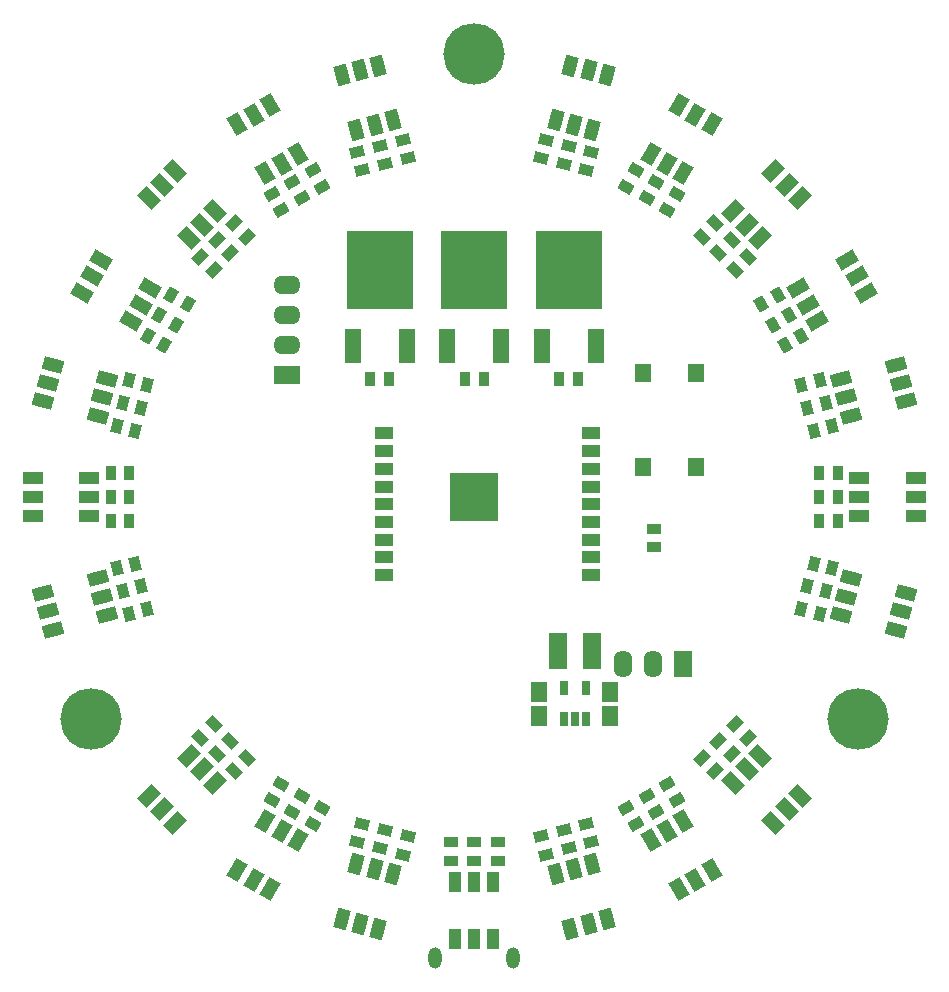
<source format=gbr>
%TF.GenerationSoftware,Altium Limited,Altium Designer,21.0.9 (235)*%
G04 Layer_Color=8388736*
%FSLAX44Y44*%
%MOMM*%
%TF.SameCoordinates,5481C346-4989-4D35-A572-F3394CBA5BAB*%
%TF.FilePolarity,Negative*%
%TF.FileFunction,Soldermask,Top*%
%TF.Part,Single*%
G01*
G75*
%TA.AperFunction,SMDPad,CuDef*%
%ADD36R,1.6000X1.0000*%
%TA.AperFunction,ComponentPad*%
G04:AMPARAMS|DCode=59|XSize=1.1032mm|YSize=1.8032mm|CornerRadius=0.5516mm|HoleSize=0mm|Usage=FLASHONLY|Rotation=180.000|XOffset=0mm|YOffset=0mm|HoleType=Round|Shape=RoundedRectangle|*
%AMROUNDEDRECTD59*
21,1,1.1032,0.7000,0,0,180.0*
21,1,0.0000,1.8032,0,0,180.0*
1,1,1.1032,0.0000,0.3500*
1,1,1.1032,0.0000,0.3500*
1,1,1.1032,0.0000,-0.3500*
1,1,1.1032,0.0000,-0.3500*
%
%ADD59ROUNDEDRECTD59*%
%ADD60R,1.6000X2.3000*%
%ADD61O,1.6000X2.3000*%
%ADD62R,4.1000X4.1000*%
%ADD63O,2.3000X1.6000*%
%ADD64R,2.3000X1.6000*%
%ADD65C,5.2032*%
%TA.AperFunction,SMDPad,CuDef*%
G04:AMPARAMS|DCode=69|XSize=1.7mm|YSize=1.1mm|CornerRadius=0mm|HoleSize=0mm|Usage=FLASHONLY|Rotation=315.000|XOffset=0mm|YOffset=0mm|HoleType=Round|Shape=Rectangle|*
%AMROTATEDRECTD69*
4,1,4,-0.9900,0.2121,-0.2121,0.9900,0.9900,-0.2121,0.2121,-0.9900,-0.9900,0.2121,0.0*
%
%ADD69ROTATEDRECTD69*%

G04:AMPARAMS|DCode=70|XSize=0.9032mm|YSize=1.2032mm|CornerRadius=0mm|HoleSize=0mm|Usage=FLASHONLY|Rotation=75.000|XOffset=0mm|YOffset=0mm|HoleType=Round|Shape=Rectangle|*
%AMROTATEDRECTD70*
4,1,4,0.4642,-0.5919,-0.6980,-0.2805,-0.4642,0.5919,0.6980,0.2805,0.4642,-0.5919,0.0*
%
%ADD70ROTATEDRECTD70*%

G04:AMPARAMS|DCode=71|XSize=0.9032mm|YSize=1.2032mm|CornerRadius=0mm|HoleSize=0mm|Usage=FLASHONLY|Rotation=60.000|XOffset=0mm|YOffset=0mm|HoleType=Round|Shape=Rectangle|*
%AMROTATEDRECTD71*
4,1,4,0.2952,-0.6919,-0.7468,-0.0903,-0.2952,0.6919,0.7468,0.0903,0.2952,-0.6919,0.0*
%
%ADD71ROTATEDRECTD71*%

G04:AMPARAMS|DCode=72|XSize=0.9032mm|YSize=1.2032mm|CornerRadius=0mm|HoleSize=0mm|Usage=FLASHONLY|Rotation=345.000|XOffset=0mm|YOffset=0mm|HoleType=Round|Shape=Rectangle|*
%AMROTATEDRECTD72*
4,1,4,-0.5919,-0.4642,-0.2805,0.6980,0.5919,0.4642,0.2805,-0.6980,-0.5919,-0.4642,0.0*
%
%ADD72ROTATEDRECTD72*%

G04:AMPARAMS|DCode=73|XSize=0.9032mm|YSize=1.2032mm|CornerRadius=0mm|HoleSize=0mm|Usage=FLASHONLY|Rotation=315.000|XOffset=0mm|YOffset=0mm|HoleType=Round|Shape=Rectangle|*
%AMROTATEDRECTD73*
4,1,4,-0.7447,-0.1061,0.1061,0.7447,0.7447,0.1061,-0.1061,-0.7447,-0.7447,-0.1061,0.0*
%
%ADD73ROTATEDRECTD73*%

G04:AMPARAMS|DCode=74|XSize=0.9032mm|YSize=1.2032mm|CornerRadius=0mm|HoleSize=0mm|Usage=FLASHONLY|Rotation=285.000|XOffset=0mm|YOffset=0mm|HoleType=Round|Shape=Rectangle|*
%AMROTATEDRECTD74*
4,1,4,-0.6980,0.2805,0.4642,0.5919,0.6980,-0.2805,-0.4642,-0.5919,-0.6980,0.2805,0.0*
%
%ADD74ROTATEDRECTD74*%

G04:AMPARAMS|DCode=75|XSize=0.9032mm|YSize=1.2032mm|CornerRadius=0mm|HoleSize=0mm|Usage=FLASHONLY|Rotation=120.000|XOffset=0mm|YOffset=0mm|HoleType=Round|Shape=Rectangle|*
%AMROTATEDRECTD75*
4,1,4,0.7468,-0.0903,-0.2952,-0.6919,-0.7468,0.0903,0.2952,0.6919,0.7468,-0.0903,0.0*
%
%ADD75ROTATEDRECTD75*%

G04:AMPARAMS|DCode=76|XSize=1.7mm|YSize=1.1mm|CornerRadius=0mm|HoleSize=0mm|Usage=FLASHONLY|Rotation=45.000|XOffset=0mm|YOffset=0mm|HoleType=Round|Shape=Rectangle|*
%AMROTATEDRECTD76*
4,1,4,-0.2121,-0.9900,-0.9900,-0.2121,0.2121,0.9900,0.9900,0.2121,-0.2121,-0.9900,0.0*
%
%ADD76ROTATEDRECTD76*%

G04:AMPARAMS|DCode=77|XSize=0.9032mm|YSize=1.2032mm|CornerRadius=0mm|HoleSize=0mm|Usage=FLASHONLY|Rotation=15.000|XOffset=0mm|YOffset=0mm|HoleType=Round|Shape=Rectangle|*
%AMROTATEDRECTD77*
4,1,4,-0.2805,-0.6980,-0.5919,0.4642,0.2805,0.6980,0.5919,-0.4642,-0.2805,-0.6980,0.0*
%
%ADD77ROTATEDRECTD77*%

%ADD78R,0.9032X1.2032*%
%ADD79R,5.6500X6.6000*%
%ADD80R,1.3500X2.9500*%
%ADD81R,1.2032X0.9032*%
G04:AMPARAMS|DCode=82|XSize=0.9032mm|YSize=1.2032mm|CornerRadius=0mm|HoleSize=0mm|Usage=FLASHONLY|Rotation=45.000|XOffset=0mm|YOffset=0mm|HoleType=Round|Shape=Rectangle|*
%AMROTATEDRECTD82*
4,1,4,0.1061,-0.7447,-0.7447,0.1061,-0.1061,0.7447,0.7447,-0.1061,0.1061,-0.7447,0.0*
%
%ADD82ROTATEDRECTD82*%

%ADD83R,0.8032X1.2032*%
%ADD84R,1.6500X3.1000*%
%ADD85R,1.3532X1.6532*%
G04:AMPARAMS|DCode=86|XSize=0.9032mm|YSize=1.2032mm|CornerRadius=0mm|HoleSize=0mm|Usage=FLASHONLY|Rotation=210.000|XOffset=0mm|YOffset=0mm|HoleType=Round|Shape=Rectangle|*
%AMROTATEDRECTD86*
4,1,4,0.0903,0.7468,0.6919,-0.2952,-0.0903,-0.7468,-0.6919,0.2952,0.0903,0.7468,0.0*
%
%ADD86ROTATEDRECTD86*%

%ADD87R,1.4000X1.6500*%
G04:AMPARAMS|DCode=88|XSize=0.9032mm|YSize=1.2032mm|CornerRadius=0mm|HoleSize=0mm|Usage=FLASHONLY|Rotation=330.000|XOffset=0mm|YOffset=0mm|HoleType=Round|Shape=Rectangle|*
%AMROTATEDRECTD88*
4,1,4,-0.6919,-0.2952,-0.0903,0.7468,0.6919,0.2952,0.0903,-0.7468,-0.6919,-0.2952,0.0*
%
%ADD88ROTATEDRECTD88*%

G04:AMPARAMS|DCode=89|XSize=1.7mm|YSize=1.1mm|CornerRadius=0mm|HoleSize=0mm|Usage=FLASHONLY|Rotation=105.000|XOffset=0mm|YOffset=0mm|HoleType=Round|Shape=Rectangle|*
%AMROTATEDRECTD89*
4,1,4,0.7513,-0.6787,-0.3113,-0.9634,-0.7513,0.6787,0.3113,0.9634,0.7513,-0.6787,0.0*
%
%ADD89ROTATEDRECTD89*%

G04:AMPARAMS|DCode=90|XSize=1.7mm|YSize=1.1mm|CornerRadius=0mm|HoleSize=0mm|Usage=FLASHONLY|Rotation=120.000|XOffset=0mm|YOffset=0mm|HoleType=Round|Shape=Rectangle|*
%AMROTATEDRECTD90*
4,1,4,0.9013,-0.4611,-0.0513,-1.0111,-0.9013,0.4611,0.0513,1.0111,0.9013,-0.4611,0.0*
%
%ADD90ROTATEDRECTD90*%

G04:AMPARAMS|DCode=91|XSize=1.7mm|YSize=1.1mm|CornerRadius=0mm|HoleSize=0mm|Usage=FLASHONLY|Rotation=150.000|XOffset=0mm|YOffset=0mm|HoleType=Round|Shape=Rectangle|*
%AMROTATEDRECTD91*
4,1,4,1.0111,0.0513,0.4611,-0.9013,-1.0111,-0.0513,-0.4611,0.9013,1.0111,0.0513,0.0*
%
%ADD91ROTATEDRECTD91*%

G04:AMPARAMS|DCode=92|XSize=1.7mm|YSize=1.1mm|CornerRadius=0mm|HoleSize=0mm|Usage=FLASHONLY|Rotation=165.000|XOffset=0mm|YOffset=0mm|HoleType=Round|Shape=Rectangle|*
%AMROTATEDRECTD92*
4,1,4,0.9634,0.3113,0.6787,-0.7513,-0.9634,-0.3113,-0.6787,0.7513,0.9634,0.3113,0.0*
%
%ADD92ROTATEDRECTD92*%

%ADD93R,1.7000X1.1000*%
G04:AMPARAMS|DCode=94|XSize=1.7mm|YSize=1.1mm|CornerRadius=0mm|HoleSize=0mm|Usage=FLASHONLY|Rotation=195.000|XOffset=0mm|YOffset=0mm|HoleType=Round|Shape=Rectangle|*
%AMROTATEDRECTD94*
4,1,4,0.6787,0.7513,0.9634,-0.3113,-0.6787,-0.7513,-0.9634,0.3113,0.6787,0.7513,0.0*
%
%ADD94ROTATEDRECTD94*%

G04:AMPARAMS|DCode=95|XSize=1.7mm|YSize=1.1mm|CornerRadius=0mm|HoleSize=0mm|Usage=FLASHONLY|Rotation=240.000|XOffset=0mm|YOffset=0mm|HoleType=Round|Shape=Rectangle|*
%AMROTATEDRECTD95*
4,1,4,-0.0513,1.0111,0.9013,0.4611,0.0513,-1.0111,-0.9013,-0.4611,-0.0513,1.0111,0.0*
%
%ADD95ROTATEDRECTD95*%

G04:AMPARAMS|DCode=96|XSize=1.7mm|YSize=1.1mm|CornerRadius=0mm|HoleSize=0mm|Usage=FLASHONLY|Rotation=255.000|XOffset=0mm|YOffset=0mm|HoleType=Round|Shape=Rectangle|*
%AMROTATEDRECTD96*
4,1,4,-0.3113,0.9634,0.7513,0.6787,0.3113,-0.9634,-0.7513,-0.6787,-0.3113,0.9634,0.0*
%
%ADD96ROTATEDRECTD96*%

%ADD97R,1.1000X1.7000*%
G04:AMPARAMS|DCode=98|XSize=1.7mm|YSize=1.1mm|CornerRadius=0mm|HoleSize=0mm|Usage=FLASHONLY|Rotation=30.000|XOffset=0mm|YOffset=0mm|HoleType=Round|Shape=Rectangle|*
%AMROTATEDRECTD98*
4,1,4,-0.4611,-0.9013,-1.0111,0.0513,0.4611,0.9013,1.0111,-0.0513,-0.4611,-0.9013,0.0*
%
%ADD98ROTATEDRECTD98*%

D36*
X-76500Y-66100D02*
D03*
X-76500Y-51100D02*
D03*
X-76500Y-36100D02*
D03*
Y-21100D02*
D03*
Y-6100D02*
D03*
Y8900D02*
D03*
X-76500Y23900D02*
D03*
X-76500Y38900D02*
D03*
Y53900D02*
D03*
X98500D02*
D03*
X98500Y38900D02*
D03*
Y23900D02*
D03*
Y8900D02*
D03*
Y-6100D02*
D03*
Y-21100D02*
D03*
X98500Y-36100D02*
D03*
Y-51100D02*
D03*
Y-66100D02*
D03*
D59*
X33000Y-390000D02*
D03*
X-33000D02*
D03*
D60*
X177038Y-141478D02*
D03*
D61*
X151638Y-141478D02*
D03*
X126238Y-141478D02*
D03*
D62*
X0Y0D02*
D03*
D63*
X-158750Y179324D02*
D03*
X-158750Y128524D02*
D03*
Y153924D02*
D03*
D64*
X-158750Y103124D02*
D03*
D65*
X324759Y-187500D02*
D03*
X0Y375000D02*
D03*
X-324759Y-187500D02*
D03*
D69*
X253144Y-275771D02*
D03*
X264458Y-264458D02*
D03*
X275771Y-253144D02*
D03*
X241830Y-219203D02*
D03*
X230517Y-230517D02*
D03*
X219203Y-241830D02*
D03*
X-219203Y241830D02*
D03*
X-230517Y230517D02*
D03*
X-241830Y219203D02*
D03*
X-275771Y253144D02*
D03*
X-264458Y264458D02*
D03*
X-253144Y275771D02*
D03*
D70*
X-56257Y-287227D02*
D03*
X-60398Y-302681D02*
D03*
X-94894Y-276874D02*
D03*
X-99035Y-292328D02*
D03*
X56257Y287226D02*
D03*
X60398Y302681D02*
D03*
X75575Y282050D02*
D03*
X79716Y297505D02*
D03*
X-75575Y-282050D02*
D03*
X-79716Y-297505D02*
D03*
X94894Y276874D02*
D03*
X99035Y292328D02*
D03*
D71*
X-128679Y-262879D02*
D03*
X-136679Y-276736D02*
D03*
X128680Y262879D02*
D03*
X136679Y276736D02*
D03*
X146000Y252879D02*
D03*
X154000Y266736D02*
D03*
X163320Y242879D02*
D03*
X171320Y256736D02*
D03*
X-146000Y-252879D02*
D03*
X-154000Y-266736D02*
D03*
X-163320Y-242879D02*
D03*
X-171320Y-256736D02*
D03*
D72*
X-276874Y94894D02*
D03*
X-292328Y99035D02*
D03*
X-287226Y56257D02*
D03*
X-302681Y60398D02*
D03*
X-282050Y75575D02*
D03*
X-297505Y79716D02*
D03*
X282050Y-75575D02*
D03*
X297505Y-79716D02*
D03*
X276874Y-94894D02*
D03*
X292329Y-99035D02*
D03*
X287227Y-56257D02*
D03*
X302682Y-60398D02*
D03*
D73*
X-192333Y220617D02*
D03*
X-203647Y231931D02*
D03*
X-220617Y192333D02*
D03*
X-231931Y203647D02*
D03*
X-206475Y206475D02*
D03*
X-217789Y217789D02*
D03*
X220617Y-192333D02*
D03*
X231931Y-203647D02*
D03*
X192333Y-220617D02*
D03*
X203647Y-231931D02*
D03*
X206475Y-206475D02*
D03*
X217789Y-217789D02*
D03*
D74*
X-94894Y276874D02*
D03*
X-99035Y292328D02*
D03*
X-56257Y287227D02*
D03*
X-60398Y302681D02*
D03*
X-75575Y282050D02*
D03*
X-79716Y297505D02*
D03*
X94894Y-276874D02*
D03*
X99035Y-292328D02*
D03*
X75575Y-282050D02*
D03*
X79716Y-297505D02*
D03*
X56257Y-287226D02*
D03*
X60398Y-302681D02*
D03*
D75*
X163321Y-242879D02*
D03*
X171320Y-256736D02*
D03*
X146000Y-252879D02*
D03*
X154000Y-266736D02*
D03*
X128680Y-262879D02*
D03*
X136679Y-276736D02*
D03*
X-163320Y242879D02*
D03*
X-171320Y256736D02*
D03*
X-146000Y252879D02*
D03*
X-154000Y266736D02*
D03*
X-128679Y262879D02*
D03*
X-136679Y276735D02*
D03*
D76*
X275771Y253144D02*
D03*
X264458Y264458D02*
D03*
X253144Y275771D02*
D03*
X219203Y241830D02*
D03*
X230517Y230517D02*
D03*
X241830Y219203D02*
D03*
X-241830Y-219203D02*
D03*
X-230517Y-230517D02*
D03*
X-219203Y-241830D02*
D03*
X-253144Y-275771D02*
D03*
X-264458Y-264458D02*
D03*
X-275771Y-253144D02*
D03*
D77*
X-276874Y-94894D02*
D03*
X-292328Y-99035D02*
D03*
X-282050Y-75575D02*
D03*
X-297505Y-79716D02*
D03*
X-287227Y-56257D02*
D03*
X-302681Y-60398D02*
D03*
X276874Y94894D02*
D03*
X292328Y99035D02*
D03*
X282050Y75575D02*
D03*
X297505Y79716D02*
D03*
X287226Y56257D02*
D03*
X302681Y60398D02*
D03*
D78*
X-8000Y100000D02*
D03*
X8000Y100000D02*
D03*
X72000Y100000D02*
D03*
X88000Y100000D02*
D03*
X-88000Y100000D02*
D03*
X-72000Y100000D02*
D03*
X292000Y20000D02*
D03*
X308000Y20000D02*
D03*
X292000Y0D02*
D03*
X308000Y-0D02*
D03*
X292000Y-20000D02*
D03*
X308000D02*
D03*
X-292000Y-20000D02*
D03*
X-308000Y-20000D02*
D03*
X-292000Y0D02*
D03*
X-308000Y0D02*
D03*
X-292000Y20000D02*
D03*
X-308000Y20000D02*
D03*
D79*
X0Y192000D02*
D03*
X80000D02*
D03*
X-80000D02*
D03*
D80*
X22800Y128000D02*
D03*
X-22800D02*
D03*
X102800D02*
D03*
X57200D02*
D03*
X-57200Y128000D02*
D03*
X-102800Y128000D02*
D03*
D81*
X20000Y-292000D02*
D03*
Y-308000D02*
D03*
X0Y-292000D02*
D03*
X0Y-308000D02*
D03*
X-20000Y-292000D02*
D03*
Y-308000D02*
D03*
X152300Y-42600D02*
D03*
Y-26600D02*
D03*
D82*
X-192333Y-220617D02*
D03*
X-203647Y-231931D02*
D03*
X-206475Y-206475D02*
D03*
X-217789Y-217789D02*
D03*
X-220617Y-192333D02*
D03*
X-231931Y-203647D02*
D03*
X192333Y220617D02*
D03*
X203647Y231931D02*
D03*
X206475Y206475D02*
D03*
X217789Y217789D02*
D03*
X220617Y192333D02*
D03*
X231931Y203647D02*
D03*
D83*
X75500Y-188000D02*
D03*
X85000Y-188000D02*
D03*
X94500Y-188000D02*
D03*
X94500Y-162000D02*
D03*
X75500Y-162000D02*
D03*
D84*
X99250Y-130000D02*
D03*
X70750Y-130000D02*
D03*
D85*
X55000Y-165000D02*
D03*
X55000Y-185000D02*
D03*
X115000Y-185000D02*
D03*
X115000Y-165000D02*
D03*
D86*
X242879Y163320D02*
D03*
X256736Y171320D02*
D03*
X252879Y146000D02*
D03*
X266736Y154000D02*
D03*
X262879Y128679D02*
D03*
X276736Y136679D02*
D03*
D87*
X142500Y104750D02*
D03*
X187500D02*
D03*
Y25250D02*
D03*
X142500D02*
D03*
D88*
X-262879Y128679D02*
D03*
X-276736Y136679D02*
D03*
X-252879Y146000D02*
D03*
X-266736Y154000D02*
D03*
X-242879Y163320D02*
D03*
X-256736Y171320D02*
D03*
D89*
X-68920Y319033D02*
D03*
X-84375Y314891D02*
D03*
X-99830Y310750D02*
D03*
X-112253Y357115D02*
D03*
X-96798Y361256D02*
D03*
X-81343Y365397D02*
D03*
X68920Y-319033D02*
D03*
X84375Y-314891D02*
D03*
X99830Y-310750D02*
D03*
X112253Y-357115D02*
D03*
X96798Y-361256D02*
D03*
X81343Y-365397D02*
D03*
D90*
X-149143Y290324D02*
D03*
X-163000Y282324D02*
D03*
X-176856Y274324D02*
D03*
X-200856Y315893D02*
D03*
X-187000Y323893D02*
D03*
X-173144Y331893D02*
D03*
X149143Y-290324D02*
D03*
X163000Y-282324D02*
D03*
X176856Y-274324D02*
D03*
X200856Y-315893D02*
D03*
X187000Y-323893D02*
D03*
X173143Y-331893D02*
D03*
D91*
X-274324Y176856D02*
D03*
X-282324Y163000D02*
D03*
X-290324Y149143D02*
D03*
X-331893Y173144D02*
D03*
X-323893Y187000D02*
D03*
X-315893Y200856D02*
D03*
D92*
X-310751Y99830D02*
D03*
X-314891Y84375D02*
D03*
X-319033Y68920D02*
D03*
X-365397Y81343D02*
D03*
X-361256Y96798D02*
D03*
X-357115Y112253D02*
D03*
X310750Y-99830D02*
D03*
X314891Y-84375D02*
D03*
X319033Y-68920D02*
D03*
X365397Y-81343D02*
D03*
X361256Y-96798D02*
D03*
X357115Y-112253D02*
D03*
D93*
X-326000Y16000D02*
D03*
Y0D02*
D03*
Y-16000D02*
D03*
X-374000Y-16000D02*
D03*
Y0D02*
D03*
Y16000D02*
D03*
X326000Y-16000D02*
D03*
X326000Y-0D02*
D03*
X326000Y16000D02*
D03*
X374000Y16000D02*
D03*
X374000Y0D02*
D03*
X374000Y-16000D02*
D03*
D94*
X-319033Y-68920D02*
D03*
X-314891Y-84375D02*
D03*
X-310751Y-99830D02*
D03*
X-357115Y-112253D02*
D03*
X-361256Y-96798D02*
D03*
X-365397Y-81343D02*
D03*
X319033Y68920D02*
D03*
X314891Y84375D02*
D03*
X310750Y99830D02*
D03*
X357115Y112253D02*
D03*
X361256Y96798D02*
D03*
X365397Y81343D02*
D03*
D95*
X-176856Y-274324D02*
D03*
X-163000Y-282324D02*
D03*
X-149143Y-290324D02*
D03*
X-173143Y-331893D02*
D03*
X-187000Y-323893D02*
D03*
X-200856Y-315893D02*
D03*
X176856Y274324D02*
D03*
X163000Y282324D02*
D03*
X149143Y290324D02*
D03*
X173144Y331893D02*
D03*
X187000Y323893D02*
D03*
X200856Y315893D02*
D03*
D96*
X-99830Y-310750D02*
D03*
X-84375Y-314891D02*
D03*
X-68920Y-319033D02*
D03*
X-81343Y-365397D02*
D03*
X-96798Y-361256D02*
D03*
X-112253Y-357115D02*
D03*
X99830Y310750D02*
D03*
X84375Y314892D02*
D03*
X68920Y319033D02*
D03*
X81343Y365397D02*
D03*
X96798Y361256D02*
D03*
X112253Y357115D02*
D03*
D97*
X-16000Y-326000D02*
D03*
X-0D02*
D03*
X16000Y-326000D02*
D03*
Y-374000D02*
D03*
X-0D02*
D03*
X-16000Y-374000D02*
D03*
D98*
X290324Y149143D02*
D03*
X282324Y163000D02*
D03*
X274324Y176856D02*
D03*
X315893Y200856D02*
D03*
X323893Y187000D02*
D03*
X331893Y173143D02*
D03*
%TF.MD5,80fa5e939facd3161255f486ea84fc19*%
M02*

</source>
